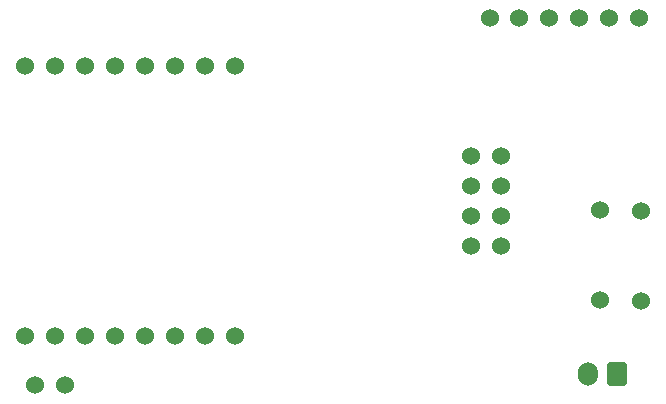
<source format=gbr>
%TF.GenerationSoftware,KiCad,Pcbnew,8.0.5*%
%TF.CreationDate,2024-10-20T20:04:23+02:00*%
%TF.ProjectId,weather,77656174-6865-4722-9e6b-696361645f70,rev?*%
%TF.SameCoordinates,Original*%
%TF.FileFunction,Soldermask,Bot*%
%TF.FilePolarity,Negative*%
%FSLAX46Y46*%
G04 Gerber Fmt 4.6, Leading zero omitted, Abs format (unit mm)*
G04 Created by KiCad (PCBNEW 8.0.5) date 2024-10-20 20:04:23*
%MOMM*%
%LPD*%
G01*
G04 APERTURE LIST*
G04 Aperture macros list*
%AMRoundRect*
0 Rectangle with rounded corners*
0 $1 Rounding radius*
0 $2 $3 $4 $5 $6 $7 $8 $9 X,Y pos of 4 corners*
0 Add a 4 corners polygon primitive as box body*
4,1,4,$2,$3,$4,$5,$6,$7,$8,$9,$2,$3,0*
0 Add four circle primitives for the rounded corners*
1,1,$1+$1,$2,$3*
1,1,$1+$1,$4,$5*
1,1,$1+$1,$6,$7*
1,1,$1+$1,$8,$9*
0 Add four rect primitives between the rounded corners*
20,1,$1+$1,$2,$3,$4,$5,0*
20,1,$1+$1,$4,$5,$6,$7,0*
20,1,$1+$1,$6,$7,$8,$9,0*
20,1,$1+$1,$8,$9,$2,$3,0*%
G04 Aperture macros list end*
%ADD10C,1.524000*%
%ADD11RoundRect,0.250000X0.600000X0.750000X-0.600000X0.750000X-0.600000X-0.750000X0.600000X-0.750000X0*%
%ADD12O,1.700000X2.000000*%
G04 APERTURE END LIST*
D10*
%TO.C,R1*%
X116000000Y-93330000D03*
X116000000Y-85710000D03*
%TD*%
%TO.C,R2*%
X112500000Y-85670000D03*
X112500000Y-93290000D03*
%TD*%
%TO.C,ESP8266*%
X63840000Y-73500000D03*
X66380000Y-73500000D03*
X68920000Y-73500000D03*
X71460000Y-73500000D03*
X74000000Y-73500000D03*
X76540000Y-73500000D03*
X79080000Y-73500000D03*
X81620000Y-73500000D03*
X81620000Y-96360000D03*
X79080000Y-96360000D03*
X76540000Y-96360000D03*
X74000000Y-96360000D03*
X71460000Y-96360000D03*
X68920000Y-96360000D03*
X66380000Y-96360000D03*
X63840000Y-96360000D03*
%TD*%
%TO.C,BME280*%
X115800000Y-69420000D03*
X113260000Y-69420000D03*
X110720000Y-69420000D03*
X108180000Y-69420000D03*
X105640000Y-69420000D03*
X103220000Y-69420000D03*
%TD*%
D11*
%TO.C,-      +*%
X114000000Y-99500000D03*
D12*
X111500000Y-99500000D03*
%TD*%
D10*
%TO.C,JP1*%
X67240000Y-100500000D03*
X64700000Y-100500000D03*
%TD*%
%TO.C,WeAct154EPD1*%
X104140000Y-88740000D03*
X101600000Y-88740000D03*
X104140000Y-86200000D03*
X101600000Y-86200000D03*
X104140000Y-83660000D03*
X101600000Y-83660000D03*
X104140000Y-81120000D03*
X101600000Y-81120000D03*
%TD*%
M02*

</source>
